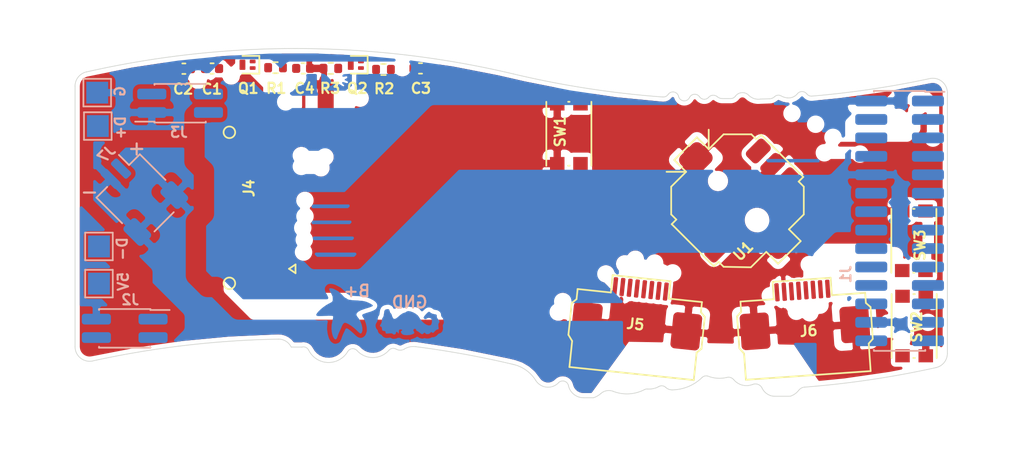
<source format=kicad_pcb>
(kicad_pcb (version 20171130) (host pcbnew 5.1.12-84ad8e8a86~92~ubuntu21.10.1)
  (layers (0 F.Cu signal) (31 B.Cu signal) (34 B.Paste user) (35 F.Paste user) (36 B.SilkS user) (37 F.SilkS user) (38 B.Mask user) (39 F.Mask user) (44 Edge.Cuts user))
  (net 0 "")
  (net 1 "Net-(J4-Pad9)")
  (net 2 "Net-(J4-Pad2)")
  (net 3 "Net-(J4-Pad1)")
  (net 4 /LCD_PWR_EN)
  (net 5 /EN)
  (net 6 GND)
  (net 7 /IO0)
  (net 8 /LCD_BL_EN)
  (net 9 /I2C_SCL)
  (net 10 /I2C_SDA)
  (net 11 /G0)
  (net 12 /G1)
  (net 13 /G3)
  (net 14 /JOYL)
  (net 15 /G2)
  (net 16 /JOYR)
  (net 17 /BTN3)
  (net 18 /JOYD)
  (net 19 /JOYC)
  (net 20 /JOYU)
  (net 21 /LCD_RST)
  (net 22 /LCD_CLK)
  (net 23 /LCD_CS)
  (net 24 /LCD_DIN)
  (net 25 /LCD_DC)
  (net 26 /LCD_BL_A)
  (net 27 /LCD_BL_C)
  (net 28 /DISPLAY_3V3)
  (net 29 /3V3)
  (net 30 /BATTERY+)
  (net 31 "Net-(J3-Pad3)")
  (net 32 /VBUS)
  (net 33 /D+)
  (net 34 /D-)
  (module tilda6:art-gold-fish (layer B.Cu) (at 112.05 103.75 270)
    (fp_text reference G*** hide)
    (fp_text value LOGO hide)
  )
  (module tilda6:art-plus-star (layer B.Cu) (at 118.375 116.475 270)
    (fp_text reference TP1 hide)
    (fp_text value TestPoint)
    (fp_poly (pts (xy 0.110258 1.942152) (xy 0.146328 1.917119) (xy 0.167821 1.863692) (xy 0.176347 1.763853) (xy 0.173512 1.599584) (xy 0.161672 1.365902) (xy 0.151021 1.094263) (xy 0.154377 0.904276) (xy 0.171489 0.803303) (xy 0.181256 0.789977) (xy 0.253899 0.78483) (xy 0.389379 0.803932) (xy 0.515911 0.832567) (xy 0.807603 0.89171) (xy 1.068915 0.9005) (xy 1.355131 0.860177) (xy 1.393212 0.852217) (xy 1.593307 0.791718) (xy 1.725107 0.716671) (xy 1.782024 0.637459) (xy 1.757471 0.564461) (xy 1.644861 0.508059) (xy 1.616207 0.500804) (xy 1.486688 0.459125) (xy 1.317412 0.389441) (xy 1.219946 0.343683) (xy 1.059664 0.267741) (xy 0.92106 0.207928) (xy 0.86404 0.186905) (xy 0.742681 0.122072) (xy 0.67968 0.067272) (xy 0.638802 0.009063) (xy 0.635315 -0.056706) (xy 0.673343 -0.159669) (xy 0.726475 -0.268951) (xy 0.825792 -0.430548) (xy 0.968927 -0.620313) (xy 1.125996 -0.798826) (xy 1.135836 -0.808957) (xy 1.274656 -0.95304) (xy 1.352025 -1.044505) (xy 1.377091 -1.101558) (xy 1.359001 -1.142402) (xy 1.319946 -1.175382) (xy 1.183925 -1.223021) (xy 0.992622 -1.218921) (xy 0.771783 -1.169945) (xy 0.547155 -1.082955) (xy 0.344487 -0.964812) (xy 0.254136 -0.891315) (xy 0.122651 -0.8096) (xy 0 -0.82) (xy -0.115588 -0.924349) (xy -0.225884 -1.124476) (xy -0.332658 -1.422214) (xy -0.364307 -1.530984) (xy -0.422731 -1.71743) (xy -0.479655 -1.860009) (xy -0.525663 -1.936427) (xy -0.538529 -1.943484) (xy -0.588787 -1.901504) (xy -0.661171 -1.792041) (xy -0.73164 -1.655984) (xy -0.795072 -1.504274) (xy -0.838137 -1.35362) (xy -0.866379 -1.174701) (xy -0.885338 -0.938196) (xy -0.892264 -0.80633) (xy -0.911582 -0.514292) (xy -0.937698 -0.316527) (xy -0.971461 -0.207489) (xy -0.987013 -0.187708) (xy -1.046283 -0.108769) (xy -1.055054 -0.072949) (xy -1.090826 -0.011638) (xy -1.18341 0.086915) (xy -1.280496 0.173786) (xy -1.527915 0.440225) (xy -1.687594 0.750078) (xy -1.727925 0.894016) (xy -1.734438 1.01343) (xy -1.683842 1.057201) (xy -1.572838 1.025727) (xy -1.415795 0.931516) (xy -1.180749 0.824975) (xy -1.019989 0.806516) (xy -0.902962 0.810767) (xy -0.826671 0.837344) (xy -0.765683 0.906982) (xy -0.694565 1.040416) (xy -0.669096 1.092606) (xy -0.566166 1.27248) (xy -0.433504 1.459718) (xy -0.28663 1.637401) (xy -0.141068 1.788608) (xy -0.01234 1.89642) (xy 0.084033 1.943914) (xy 0.110258 1.942152)) (layer B.Cu) (width 0.01))
    (pad 1 smd roundrect (at -0.33 0.39 270) (size 1 1) (layers B.Cu B.Mask) (net 30 /BATTERY+))
  )
  (module tilda6:art-minus-horse (layer B.Cu) (at 122.85 117.075 270)
    (fp_text reference TP2 hide)
    (fp_text value TestPoint)
    (fp_poly (pts (xy 0.284854 2.028882) (xy 0.295021 1.975) (xy 0.339742 1.915458) (xy 0.445021 1.9) (xy 0.552221 1.886547) (xy 0.591438 1.829358) (xy 0.595021 1.775) (xy 0.617954 1.677507) (xy 0.698084 1.650001) (xy 0.760461 1.639974) (xy 0.783464 1.592393) (xy 0.775507 1.481006) (xy 0.768293 1.430912) (xy 0.757783 1.268551) (xy 0.784066 1.182776) (xy 0.79023 1.177961) (xy 0.843872 1.102052) (xy 0.835717 1.012556) (xy 0.774706 0.95455) (xy 0.745021 0.95) (xy 0.659352 0.92588) (xy 0.658792 0.867745) (xy 0.732521 0.804005) (xy 0.77607 0.769517) (xy 0.738619 0.754537) (xy 0.657521 0.751521) (xy 0.544553 0.739152) (xy 0.500672 0.68946) (xy 0.495021 0.625) (xy 0.512136 0.531035) (xy 0.545021 0.5) (xy 0.593568 0.538049) (xy 0.595021 0.55) (xy 0.627913 0.598754) (xy 0.704167 0.593376) (xy 0.790145 0.54354) (xy 0.843066 0.478653) (xy 0.882683 0.352365) (xy 0.893834 0.194818) (xy 0.881097 0.027565) (xy 0.849055 -0.127843) (xy 0.802286 -0.249852) (xy 0.74537 -0.316911) (xy 0.682889 -0.307468) (xy 0.67714 -0.302119) (xy 0.581093 -0.251074) (xy 0.491204 -0.265458) (xy 0.445687 -0.337389) (xy 0.445021 -0.35) (xy 0.476284 -0.431439) (xy 0.520021 -0.45) (xy 0.586589 -0.474962) (xy 0.595021 -0.496163) (xy 0.624711 -0.560629) (xy 0.69869 -0.664511) (xy 0.726057 -0.698055) (xy 0.806474 -0.801078) (xy 0.826224 -0.865136) (xy 0.791834 -0.925331) (xy 0.772406 -0.947364) (xy 0.716326 -1.020509) (xy 0.731265 -1.062693) (xy 0.769518 -1.086721) (xy 0.818626 -1.163135) (xy 0.817446 -1.277021) (xy 0.773254 -1.384087) (xy 0.71231 -1.434877) (xy 0.66859 -1.471536) (xy 0.704773 -1.536751) (xy 0.733789 -1.599169) (xy 0.695541 -1.664288) (xy 0.63105 -1.72029) (xy 0.538324 -1.818529) (xy 0.49538 -1.911935) (xy 0.495021 -1.918773) (xy 0.480728 -1.974856) (xy 0.420351 -1.990611) (xy 0.300152 -1.975866) (xy 0.153511 -1.965878) (xy 0.074833 -1.992802) (xy 0.072201 -1.996472) (xy -0.00718 -2.047223) (xy -0.115574 -2.015846) (xy -0.195021 -1.94917) (xy -0.316442 -1.873155) (xy -0.409469 -1.86167) (xy -0.492232 -1.856894) (xy -0.531321 -1.799992) (xy -0.546206 -1.7) (xy -0.584218 -1.54925) (xy -0.653558 -1.427326) (xy -0.655917 -1.424746) (xy -0.705877 -1.363881) (xy -0.711467 -1.311955) (xy -0.663602 -1.242603) (xy -0.554686 -1.130939) (xy -0.413076 -1.01027) (xy -0.309006 -0.963983) (xy -0.282475 -0.967123) (xy -0.216031 -1.033532) (xy -0.213607 -1.124205) (xy -0.254979 -1.175) (xy -0.298679 -1.252171) (xy -0.297769 -1.367981) (xy -0.255563 -1.473299) (xy -0.233246 -1.497289) (xy -0.122902 -1.53827) (xy 0.020954 -1.535809) (xy 0.150922 -1.495474) (xy 0.209841 -1.445238) (xy 0.234388 -1.318464) (xy 0.185798 -1.160227) (xy 0.077261 -0.989535) (xy -0.078032 -0.825397) (xy -0.266889 -0.68682) (xy -0.346112 -0.644137) (xy -0.466483 -0.552187) (xy -0.578187 -0.40966) (xy -0.671246 -0.240185) (xy -0.735682 -0.067391) (xy -0.761517 0.085095) (xy -0.738775 0.193642) (xy -0.711438 0.221009) (xy -0.670818 0.285329) (xy -0.639531 0.389743) (xy -0.589165 0.504298) (xy -0.48996 0.647401) (xy -0.408073 0.740841) (xy -0.266736 0.908339) (xy -0.213511 1.035007) (xy -0.249422 1.129162) (xy -0.375489 1.199118) (xy -0.467759 1.226401) (xy -0.566908 1.263892) (xy -0.60498 1.301448) (xy -0.648034 1.339308) (xy -0.751914 1.374319) (xy -0.754979 1.375) (xy -0.862039 1.41259) (xy -0.899779 1.480206) (xy -0.881578 1.606434) (xy -0.875021 1.63155) (xy -0.837927 1.698808) (xy -0.75481 1.738185) (xy -0.599288 1.761834) (xy -0.590318 1.762708) (xy -0.441358 1.786758) (xy -0.34 1.821413) (xy -0.315427 1.843659) (xy -0.257742 1.882506) (xy -0.14345 1.899931) (xy -0.135369 1.900001) (xy 0.010725 1.922624) (xy 0.122964 1.97341) (xy 0.231136 2.039637) (xy 0.284854 2.028882)) (layer B.Cu) (width 0.01))
    (pad 1 smd roundrect (at -0.03 0.17 270) (size 1 1) (layers B.Cu B.Mask) (net 6 GND))
  )
  (module tilda6:art-tr-f5 (layer B.Cu) (at 117.775 100.525 270)
    (fp_text reference G*** hide)
    (fp_text value LOGO hide)
    (fp_poly (pts (xy 0.6 0.172898) (xy 0.599999 -0.654204) (xy 0.4375 -0.875152) (xy 0.275 -1.096099) (xy -0.139886 -1.098049) (xy -0.554772 -1.1) (xy -0.539886 -0.788002) (xy -0.526493 -0.611552) (xy -0.502533 -0.512234) (xy -0.460477 -0.467225) (xy -0.431014 -0.458086) (xy -0.371262 -0.458394) (xy -0.35492 -0.50789) (xy -0.370779 -0.620084) (xy -0.385341 -0.741167) (xy -0.362782 -0.792284) (xy -0.322585 -0.8) (xy -0.244957 -0.758008) (xy -0.214488 -0.7) (xy -0.170176 -0.612388) (xy -0.117877 -0.619775) (xy -0.071898 -0.719676) (xy -0.070533 -0.725) (xy -0.023256 -0.818824) (xy 0.03042 -0.85) (xy 0.08908 -0.811942) (xy 0.091977 -0.713341) (xy 0.045367 -0.591344) (xy 0.015767 -0.484) (xy 0.048552 -0.431755) (xy 0.118741 -0.451838) (xy 0.16875 -0.50625) (xy 0.24482 -0.581973) (xy 0.30097 -0.569029) (xy 0.315435 -0.496792) (xy 0.251434 -0.388179) (xy 0.166492 -0.255741) (xy 0.163899 -0.17728) (xy 0.243638 -0.150064) (xy 0.25 -0.15) (xy 0.335203 -0.125025) (xy 0.347288 -0.067935) (xy 0.293972 -0.005479) (xy 0.197174 0.033066) (xy 0.044349 0.063631) (xy 0.181845 0.207145) (xy 0.26742 0.311952) (xy 0.280253 0.380443) (xy 0.260851 0.409149) (xy 0.195614 0.437313) (xy 0.111391 0.385305) (xy 0.109744 0.383819) (xy 0.035793 0.326052) (xy -0.030242 0.312273) (xy -0.110865 0.349877) (xy -0.228576 0.446262) (xy -0.3125 0.522606) (xy -0.467025 0.684136) (xy -0.540769 0.81293) (xy -0.55 0.870621) (xy -0.55 1) (xy 0.6 1) (xy 0.6 0.172898)) (layer B.Cu) (width 0.01))
  )
  (module TestPoint:TestPoint_Pad_1.5x1.5mm (layer B.Cu) (at 101.48 111.86 90)
    (fp_text reference TP5 hide)
    (fp_text value TestPoint)
    (fp_line (start -0.95 0.95) (end 0.95 0.95) (layer B.SilkS) (width 0.12))
    (fp_line (start 0.95 0.95) (end 0.95 -0.95) (layer B.SilkS) (width 0.12))
    (fp_line (start 0.95 -0.95) (end -0.95 -0.95) (layer B.SilkS) (width 0.12))
    (fp_line (start -0.95 -0.95) (end -0.95 0.95) (layer B.SilkS) (width 0.12))
    (pad 1 smd rect (at 0 0 90) (size 1.5 1.5) (layers B.Cu B.Mask) (net 34 /D-))
  )
  (module TestPoint:TestPoint_Pad_1.5x1.5mm (layer B.Cu) (at 101.4 103.57 90)
    (fp_text reference TP3 hide)
    (fp_text value TestPoint)
    (fp_line (start -0.95 0.95) (end 0.95 0.95) (layer B.SilkS) (width 0.12))
    (fp_line (start 0.95 0.95) (end 0.95 -0.95) (layer B.SilkS) (width 0.12))
    (fp_line (start 0.95 -0.95) (end -0.95 -0.95) (layer B.SilkS) (width 0.12))
    (fp_line (start -0.95 -0.95) (end -0.95 0.95) (layer B.SilkS) (width 0.12))
    (pad 1 smd rect (at 0 0 90) (size 1.5 1.5) (layers B.Cu B.Mask) (net 33 /D+))
  )
  (module TestPoint:TestPoint_Pad_1.5x1.5mm (layer B.Cu) (at 101.36 101.27 90)
    (fp_text reference TP6 hide)
    (fp_text value TestPoint)
    (fp_line (start -0.95 0.95) (end 0.95 0.95) (layer B.SilkS) (width 0.12))
    (fp_line (start 0.95 0.95) (end 0.95 -0.95) (layer B.SilkS) (width 0.12))
    (fp_line (start 0.95 -0.95) (end -0.95 -0.95) (layer B.SilkS) (width 0.12))
    (fp_line (start -0.95 -0.95) (end -0.95 0.95) (layer B.SilkS) (width 0.12))
    (pad 1 smd rect (at 0 0 90) (size 1.5 1.5) (layers B.Cu B.Mask) (net 6 GND))
  )
  (module TestPoint:TestPoint_Pad_1.5x1.5mm (layer B.Cu) (at 101.48 114.42 90)
    (fp_text reference TP4 hide)
    (fp_text value TestPoint)
    (fp_line (start -0.95 0.95) (end 0.95 0.95) (layer B.SilkS) (width 0.12))
    (fp_line (start 0.95 0.95) (end 0.95 -0.95) (layer B.SilkS) (width 0.12))
    (fp_line (start 0.95 -0.95) (end -0.95 -0.95) (layer B.SilkS) (width 0.12))
    (fp_line (start -0.95 -0.95) (end -0.95 0.95) (layer B.SilkS) (width 0.12))
    (pad 1 smd rect (at 0 0 90) (size 1.5 1.5) (layers B.Cu B.Mask) (net 32 /VBUS))
  )
  (module Button_Switch_SMD:SW_Push_1P1T_NO_CK_KMR2 (layer F.Cu) (at 157.53 111.47 270)
    (fp_text reference SW3 hide)
    (fp_text value SW_Push)
    (fp_line (start 2.2 0.05) (end 2.2 -0.05) (layer F.SilkS) (width 0.12))
    (fp_line (start -2.2 1.55) (end 2.2 1.55) (layer F.SilkS) (width 0.12))
    (fp_line (start 2.2 -1.55) (end -2.2 -1.55) (layer F.SilkS) (width 0.12))
    (fp_line (start -2.2 0.05) (end -2.2 -0.05) (layer F.SilkS) (width 0.12))
    (fp_text user %R (at 0.305 -0.42 90) (layer F.SilkS) (effects (font (size 0.7 0.7))))
    (pad 2 smd rect (at 2.05 0.8 270) (size 0.9 1) (layers F.Cu F.Paste F.Mask) (net 6 GND))
    (pad 1 smd rect (at 2.05 -0.8 270) (size 0.9 1) (layers F.Cu F.Paste F.Mask) (net 7 /IO0))
    (pad 2 smd rect (at -2.05 0.8 270) (size 0.9 1) (layers F.Cu F.Paste F.Mask) (net 6 GND))
    (pad 1 smd rect (at -2.05 -0.8 270) (size 0.9 1) (layers F.Cu F.Paste F.Mask) (net 7 /IO0))
  )
  (module Button_Switch_SMD:SW_Push_1P1T_NO_CK_KMR2 (layer F.Cu) (at 157.55 117.34 90)
    (fp_text reference SW2 hide)
    (fp_text value SW_Push)
    (fp_line (start 2.2 0.05) (end 2.2 -0.05) (layer F.SilkS) (width 0.12))
    (fp_line (start -2.2 1.55) (end 2.2 1.55) (layer F.SilkS) (width 0.12))
    (fp_line (start 2.2 -1.55) (end -2.2 -1.55) (layer F.SilkS) (width 0.12))
    (fp_line (start -2.2 0.05) (end -2.2 -0.05) (layer F.SilkS) (width 0.12))
    (fp_text user %R (at -0.06 0.175 90) (layer F.SilkS) (effects (font (size 0.7 0.7))))
    (pad 2 smd rect (at 2.05 0.8 90) (size 0.9 1) (layers F.Cu F.Paste F.Mask) (net 6 GND))
    (pad 1 smd rect (at 2.05 -0.8 90) (size 0.9 1) (layers F.Cu F.Paste F.Mask) (net 5 /EN))
    (pad 2 smd rect (at -2.05 0.8 90) (size 0.9 1) (layers F.Cu F.Paste F.Mask) (net 6 GND))
    (pad 1 smd rect (at -2.05 -0.8 90) (size 0.9 1) (layers F.Cu F.Paste F.Mask) (net 5 /EN))
  )
  (module corelib:ER-TFT-1.14 (layer F.Cu) (at 113.45 109.2)
    (fp_text reference J4 (at -1.65 -1.35 90) (layer F.SilkS) (effects (font (size 0.7 0.7))))
    (fp_text value Conn_01x13)
    (fp_line (start 1.55 4.5) (end 1.1 4.2) (layer F.SilkS) (width 0.12))
    (fp_line (start 1.55 3.9) (end 1.55 4.5) (layer F.SilkS) (width 0.12))
    (fp_line (start 1.1 4.2) (end 1.55 3.9) (layer F.SilkS) (width 0.12))
    (fp_circle (center -3 -5.2) (end -2.6 -5.2) (layer F.SilkS) (width 0.12))
    (fp_circle (center -3 5.2) (end -2.6 5.2) (layer F.SilkS) (width 0.12))
    (pad 13 smd roundrect (at 0 -4.2) (size 1.7 0.35) (layers F.Cu F.Paste F.Mask) (net 6 GND))
    (pad 12 smd roundrect (at 0 -3.5) (size 1.7 0.35) (layers F.Cu F.Paste F.Mask) (net 26 /LCD_BL_A))
    (pad 11 smd roundrect (at 0 -2.8) (size 1.7 0.35) (layers F.Cu F.Paste F.Mask) (net 27 /LCD_BL_C))
    (pad 10 smd roundrect (at 0 -2.1) (size 1.7 0.35) (layers F.Cu F.Paste F.Mask) (net 28 /DISPLAY_3V3))
    (pad 9 smd roundrect (at 0 -1.4) (size 1.7 0.35) (layers F.Cu F.Paste F.Mask) (net 1 "Net-(J4-Pad9)"))
    (pad 8 smd roundrect (at 0 -0.7) (size 1.7 0.35) (layers F.Cu F.Paste F.Mask) (net 6 GND))
    (pad 7 smd roundrect (at 0 0) (size 1.7 0.35) (layers F.Cu F.Paste F.Mask) (net 23 /LCD_CS))
    (pad 6 smd roundrect (at 0 0.7) (size 1.7 0.35) (layers F.Cu F.Paste F.Mask) (net 21 /LCD_RST))
    (pad 5 smd roundrect (at 0 1.4) (size 1.7 0.35) (layers F.Cu F.Paste F.Mask) (net 25 /LCD_DC))
    (pad 4 smd roundrect (at 0 2.1) (size 1.7 0.35) (layers F.Cu F.Paste F.Mask) (net 22 /LCD_CLK))
    (pad 3 smd roundrect (at 0 2.8) (size 1.7 0.35) (layers F.Cu F.Paste F.Mask) (net 24 /LCD_DIN))
    (pad 2 smd roundrect (at 0 3.5) (size 1.7 0.35) (layers F.Cu F.Paste F.Mask) (net 2 "Net-(J4-Pad2)"))
    (pad 1 smd roundrect (at 0 4.2) (size 1.7 0.35) (layers F.Cu F.Paste F.Mask) (net 3 "Net-(J4-Pad1)"))
  )
  (module Connector_JST:JST_SH_SM02B-SRSS-TB_1x02-1MP_P1.00mm_Horizontal (layer B.Cu) (at 104.06066 108.267767 225)
    (fp_text reference J7 (at -0.5 3.414213 45) (layer B.SilkS) (effects (font (size 0.7 0.7)) (justify mirror)))
    (fp_text value Conn_01x02_Female)
    (fp_line (start -2.11 -0.715) (end -2.11 1.785) (layer B.SilkS) (width 0.12))
    (fp_line (start -2.11 1.785) (end -1.06 1.785) (layer B.SilkS) (width 0.12))
    (fp_line (start -1.06 1.785) (end -1.06 2.775) (layer B.SilkS) (width 0.12))
    (fp_line (start 2.11 -0.715) (end 2.11 1.785) (layer B.SilkS) (width 0.12))
    (fp_line (start 2.11 1.785) (end 1.06 1.785) (layer B.SilkS) (width 0.12))
    (fp_line (start -0.94 -2.685) (end 0.94 -2.685) (layer B.SilkS) (width 0.12))
    (pad 2 smd roundrect (at 1.8 -1.875 225) (size 1.2 1.8) (layers B.Cu B.Paste B.Mask) (roundrect_rratio 0.208) (net 6 GND))
    (pad 2 smd roundrect (at -1.8 -1.875 225) (size 1.2 1.8) (layers B.Cu B.Paste B.Mask) (roundrect_rratio 0.208) (net 6 GND))
    (pad 2 smd roundrect (at 0.5 2 225) (size 0.6 1.55) (layers B.Cu B.Paste B.Mask) (net 6 GND))
    (pad 1 smd roundrect (at -0.5 2 225) (size 0.6 1.55) (layers B.Cu B.Paste B.Mask) (net 30 /BATTERY+))
  )
  (module Button_Switch_SMD:SW_Push_1P1T_NO_CK_KMR2 (layer F.Cu) (at 133.8 104.1 270)
    (fp_text reference SW1 (at -0.15 0.6 90) (layer F.SilkS) (effects (font (size 0.7 0.7))))
    (fp_text value SW_Push)
    (fp_line (start 2.2 0.05) (end 2.2 -0.05) (layer F.SilkS) (width 0.12))
    (fp_line (start -2.2 1.55) (end 2.2 1.55) (layer F.SilkS) (width 0.12))
    (fp_line (start 2.2 -1.55) (end -2.2 -1.55) (layer F.SilkS) (width 0.12))
    (fp_line (start -2.2 0.05) (end -2.2 -0.05) (layer F.SilkS) (width 0.12))
    (pad 2 smd rect (at 2.05 0.8 270) (size 0.9 1) (layers F.Cu F.Paste F.Mask) (net 6 GND))
    (pad 1 smd rect (at 2.05 -0.8 270) (size 0.9 1) (layers F.Cu F.Paste F.Mask) (net 17 /BTN3))
    (pad 2 smd rect (at -2.05 0.8 270) (size 0.9 1) (layers F.Cu F.Paste F.Mask) (net 6 GND))
    (pad 1 smd rect (at -2.05 -0.8 270) (size 0.9 1) (layers F.Cu F.Paste F.Mask) (net 17 /BTN3))
  )
  (module tilda6:XUNPU_FPC-05F-8PH20 (layer F.Cu) (at 150.04 117.45 4)
    (fp_text reference J6 (at 0.233347 0.246879 4) (layer F.SilkS) (effects (font (size 0.7 0.7))))
    (fp_text value Conn_01x08)
    (fp_line (start -4.3 3.3) (end 4.3 3.3) (layer F.SilkS) (width 0.12))
    (fp_line (start -4.3 1.5) (end -4.3 3.3) (layer F.SilkS) (width 0.12))
    (fp_line (start -4.6 1.1) (end -4.3 1.5) (layer F.SilkS) (width 0.12))
    (fp_line (start -4.6 -1.1) (end -4.6 1.1) (layer F.SilkS) (width 0.12))
    (fp_line (start -4.3 -1.4) (end -4.6 -1.1) (layer F.SilkS) (width 0.12))
    (fp_line (start -4.3 -2.1) (end -4.3 -1.4) (layer F.SilkS) (width 0.12))
    (fp_line (start -2 -2.1) (end -4.3 -2.1) (layer F.SilkS) (width 0.12))
    (fp_line (start -2 -3.3) (end -2 -2.1) (layer F.SilkS) (width 0.12))
    (fp_line (start 2 -3.3) (end -2 -3.3) (layer F.SilkS) (width 0.12))
    (fp_line (start 2 -2.1) (end 2 -3.3) (layer F.SilkS) (width 0.12))
    (fp_line (start 4.3 -2.1) (end 2 -2.1) (layer F.SilkS) (width 0.12))
    (fp_line (start 4.3 -1.4) (end 4.3 -2.1) (layer F.SilkS) (width 0.12))
    (fp_line (start 4.6 -1.1) (end 4.3 -1.4) (layer F.SilkS) (width 0.12))
    (fp_line (start 4.6 1.1) (end 4.6 -1.1) (layer F.SilkS) (width 0.12))
    (fp_line (start 4.3 1.4) (end 4.6 1.1) (layer F.SilkS) (width 0.12))
    (fp_line (start 4.3 3.3) (end 4.3 1.4) (layer F.SilkS) (width 0.12))
    (pad 2 smd roundrect (at 3.44 0.015 4) (size 2 2.5) (layers F.Cu F.Paste F.Mask) (roundrect_rratio 0.15) (net 6 GND))
    (pad 2 smd roundrect (at -3.44 0.015 4) (size 2 2.5) (layers F.Cu F.Paste F.Mask) (roundrect_rratio 0.15) (net 6 GND))
    (pad 8 smd roundrect (at 1.75 -2.56 4) (size 0.3 1.25) (layers F.Cu F.Paste F.Mask) (net 13 /G3))
    (pad 7 smd roundrect (at 1.25 -2.56 4) (size 0.3 1.25) (layers F.Cu F.Paste F.Mask) (net 15 /G2))
    (pad 6 smd roundrect (at 0.75 -2.56 4) (size 0.3 1.25) (layers F.Cu F.Paste F.Mask) (net 12 /G1))
    (pad 5 smd roundrect (at 0.25 -2.56 4) (size 0.3 1.25) (layers F.Cu F.Paste F.Mask) (net 11 /G0))
    (pad 4 smd roundrect (at -0.25 -2.56 4) (size 0.3 1.25) (layers F.Cu F.Paste F.Mask) (net 9 /I2C_SCL))
    (pad 3 smd roundrect (at -0.75 -2.56 4) (size 0.3 1.25) (layers F.Cu F.Paste F.Mask) (net 10 /I2C_SDA))
    (pad 2 smd roundrect (at -1.25 -2.56 4) (size 0.3 1.25) (layers F.Cu F.Paste F.Mask) (net 6 GND))
    (pad 1 smd roundrect (at -1.75 -2.56 4) (size 0.3 1.25) (layers F.Cu F.Paste F.Mask) (net 29 /3V3))
  )
  (module tilda6:XUNPU_FPC-05F-8PH20 (layer F.Cu) (at 138.46 117.33 354)
    (fp_text reference J5 (at -0.09106 -0.101035 174) (layer F.SilkS) (effects (font (size 0.7 0.7))))
    (fp_text value Conn_01x08)
    (fp_line (start -4.3 3.3) (end 4.3 3.3) (layer F.SilkS) (width 0.12))
    (fp_line (start -4.3 1.5) (end -4.3 3.3) (layer F.SilkS) (width 0.12))
    (fp_line (start -4.6 1.1) (end -4.3 1.5) (layer F.SilkS) (width 0.12))
    (fp_line (start -4.6 -1.1) (end -4.6 1.1) (layer F.SilkS) (width 0.12))
    (fp_line (start -4.3 -1.4) (end -4.6 -1.1) (layer F.SilkS) (width 0.12))
    (fp_line (start -4.3 -2.1) (end -4.3 -1.4) (layer F.SilkS) (width 0.12))
    (fp_line (start -2 -2.1) (end -4.3 -2.1) (layer F.SilkS) (width 0.12))
    (fp_line (start -2 -3.3) (end -2 -2.1) (layer F.SilkS) (width 0.12))
    (fp_line (start 2 -3.3) (end -2 -3.3) (layer F.SilkS) (width 0.12))
    (fp_line (start 2 -2.1) (end 2 -3.3) (layer F.SilkS) (width 0.12))
    (fp_line (start 4.3 -2.1) (end 2 -2.1) (layer F.SilkS) (width 0.12))
    (fp_line (start 4.3 -1.4) (end 4.3 -2.1) (layer F.SilkS) (width 0.12))
    (fp_line (start 4.6 -1.1) (end 4.3 -1.4) (layer F.SilkS) (width 0.12))
    (fp_line (start 4.6 1.1) (end 4.6 -1.1) (layer F.SilkS) (width 0.12))
    (fp_line (start 4.3 1.4) (end 4.6 1.1) (layer F.SilkS) (width 0.12))
    (fp_line (start 4.3 3.3) (end 4.3 1.4) (layer F.SilkS) (width 0.12))
    (pad 2 smd roundrect (at 3.44 0.015 354) (size 2 2.5) (layers F.Cu F.Paste F.Mask) (roundrect_rratio 0.15) (net 6 GND))
    (pad 2 smd roundrect (at -3.44 0.015 354) (size 2 2.5) (layers F.Cu F.Paste F.Mask) (roundrect_rratio 0.15) (net 6 GND))
    (pad 8 smd roundrect (at 1.75 -2.56 354) (size 0.3 1.25) (layers F.Cu F.Paste F.Mask) (net 13 /G3))
    (pad 7 smd roundrect (at 1.25 -2.56 354) (size 0.3 1.25) (layers F.Cu F.Paste F.Mask) (net 15 /G2))
    (pad 6 smd roundrect (at 0.75 -2.56 354) (size 0.3 1.25) (layers F.Cu F.Paste F.Mask) (net 12 /G1))
    (pad 5 smd roundrect (at 0.25 -2.56 354) (size 0.3 1.25) (layers F.Cu F.Paste F.Mask) (net 11 /G0))
    (pad 4 smd roundrect (at -0.25 -2.56 354) (size 0.3 1.25) (layers F.Cu F.Paste F.Mask) (net 9 /I2C_SCL))
    (pad 3 smd roundrect (at -0.75 -2.56 354) (size 0.3 1.25) (layers F.Cu F.Paste F.Mask) (net 10 /I2C_SDA))
    (pad 2 smd roundrect (at -1.25 -2.56 354) (size 0.3 1.25) (layers F.Cu F.Paste F.Mask) (net 6 GND))
    (pad 1 smd roundrect (at -1.75 -2.56 354) (size 0.3 1.25) (layers F.Cu F.Paste F.Mask) (net 29 /3V3))
  )
  (module Capacitor_SMD:C_0402_1005Metric (layer F.Cu) (at 115.525 99.6)
    (fp_text reference C4 (at 0.1 1.375) (layer F.SilkS) (effects (font (size 0.7 0.7))))
    (fp_text value 10n)
    (fp_line (start -0.107836 -0.36) (end 0.107836 -0.36) (layer F.SilkS) (width 0.12))
    (fp_line (start -0.107836 0.36) (end 0.107836 0.36) (layer F.SilkS) (width 0.12))
    (pad 2 smd roundrect (at 0.48 0) (size 0.56 0.62) (layers F.Cu F.Paste F.Mask) (net 6 GND))
    (pad 1 smd roundrect (at -0.48 0) (size 0.56 0.62) (layers F.Cu F.Paste F.Mask) (net 28 /DISPLAY_3V3))
  )
  (module Capacitor_SMD:C_0402_1005Metric (layer F.Cu) (at 123.595 99.6)
    (fp_text reference C3 (at 0.03 1.375) (layer F.SilkS) (effects (font (size 0.7 0.7))))
    (fp_text value 10n)
    (fp_line (start -0.107836 -0.36) (end 0.107836 -0.36) (layer F.SilkS) (width 0.12))
    (fp_line (start -0.107836 0.36) (end 0.107836 0.36) (layer F.SilkS) (width 0.12))
    (pad 2 smd roundrect (at 0.48 0) (size 0.56 0.62) (layers F.Cu F.Paste F.Mask) (net 6 GND))
    (pad 1 smd roundrect (at -0.48 0) (size 0.56 0.62) (layers F.Cu F.Paste F.Mask) (net 29 /3V3))
  )
  (module Capacitor_SMD:C_0402_1005Metric (layer F.Cu) (at 107.32 99.62 180)
    (fp_text reference C2 (at 0.045 -1.405) (layer F.SilkS) (effects (font (size 0.7 0.7))))
    (fp_text value 1u)
    (fp_line (start -0.107836 0.36) (end 0.107836 0.36) (layer F.SilkS) (width 0.12))
    (fp_line (start -0.107836 -0.36) (end 0.107836 -0.36) (layer F.SilkS) (width 0.12))
    (pad 2 smd roundrect (at 0.48 0 180) (size 0.56 0.62) (layers F.Cu F.Paste F.Mask) (net 6 GND))
    (pad 1 smd roundrect (at -0.48 0 180) (size 0.56 0.62) (layers F.Cu F.Paste F.Mask) (net 29 /3V3))
  )
  (module Capacitor_SMD:C_0402_1005Metric (layer F.Cu) (at 109.26 99.61 180)
    (fp_text reference C1 (at 0.01 -1.415) (layer F.SilkS) (effects (font (size 0.7 0.7))))
    (fp_text value 1u)
    (fp_line (start -0.107836 0.36) (end 0.107836 0.36) (layer F.SilkS) (width 0.12))
    (fp_line (start -0.107836 -0.36) (end 0.107836 -0.36) (layer F.SilkS) (width 0.12))
    (pad 2 smd roundrect (at 0.48 0 180) (size 0.56 0.62) (layers F.Cu F.Paste F.Mask) (net 6 GND))
    (pad 1 smd roundrect (at -0.48 0 180) (size 0.56 0.62) (layers F.Cu F.Paste F.Mask) (net 28 /DISPLAY_3V3))
  )
  (module Connector_PinHeader_1.27mm:PinHeader_2x14_P1.27mm_Vertical_SMD (layer B.Cu) (at 156.55 110.1 180)
    (fp_text reference J1 (at 3.7 -3.675 270) (layer B.SilkS) (effects (font (size 0.7 0.7)) (justify mirror)))
    (fp_text value Conn_02x14_Odd_Even)
    (fp_line (start 1.765 -8.885) (end 1.765 -8.95) (layer B.SilkS) (width 0.12))
    (fp_line (start -1.765 -8.885) (end -1.765 -8.95) (layer B.SilkS) (width 0.12))
    (fp_line (start 1.765 8.95) (end 1.765 8.885) (layer B.SilkS) (width 0.12))
    (fp_line (start -1.765 8.95) (end -1.765 8.885) (layer B.SilkS) (width 0.12))
    (fp_line (start -3.09 8.885) (end -1.765 8.885) (layer B.SilkS) (width 0.12))
    (fp_line (start -1.765 -8.95) (end 1.765 -8.95) (layer B.SilkS) (width 0.12))
    (fp_line (start -1.765 8.95) (end 1.765 8.95) (layer B.SilkS) (width 0.12))
    (pad 28 smd roundrect (at 1.95 -8.255 180) (size 2.2 0.74) (layers B.Cu B.Paste B.Mask) (net 4 /LCD_PWR_EN))
    (pad 27 smd roundrect (at -1.95 -8.255 180) (size 2.2 0.74) (layers B.Cu B.Paste B.Mask) (net 5 /EN))
    (pad 26 smd roundrect (at 1.95 -6.985 180) (size 2.2 0.74) (layers B.Cu B.Paste B.Mask) (net 6 GND))
    (pad 25 smd roundrect (at -1.95 -6.985 180) (size 2.2 0.74) (layers B.Cu B.Paste B.Mask) (net 7 /IO0))
    (pad 24 smd roundrect (at 1.95 -5.715 180) (size 2.2 0.74) (layers B.Cu B.Paste B.Mask) (net 8 /LCD_BL_EN))
    (pad 23 smd roundrect (at -1.95 -5.715 180) (size 2.2 0.74) (layers B.Cu B.Paste B.Mask) (net 9 /I2C_SCL))
    (pad 22 smd roundrect (at 1.95 -4.445 180) (size 2.2 0.74) (layers B.Cu B.Paste B.Mask) (net 6 GND))
    (pad 21 smd roundrect (at -1.95 -4.445 180) (size 2.2 0.74) (layers B.Cu B.Paste B.Mask) (net 10 /I2C_SDA))
    (pad 20 smd roundrect (at 1.95 -3.175 180) (size 2.2 0.74) (layers B.Cu B.Paste B.Mask) (net 11 /G0))
    (pad 19 smd roundrect (at -1.95 -3.175 180) (size 2.2 0.74) (layers B.Cu B.Paste B.Mask) (net 12 /G1))
    (pad 18 smd roundrect (at 1.95 -1.905 180) (size 2.2 0.74) (layers B.Cu B.Paste B.Mask) (net 13 /G3))
    (pad 17 smd roundrect (at -1.95 -1.905 180) (size 2.2 0.74) (layers B.Cu B.Paste B.Mask) (net 14 /JOYL))
    (pad 16 smd roundrect (at 1.95 -0.635 180) (size 2.2 0.74) (layers B.Cu B.Paste B.Mask) (net 15 /G2))
    (pad 15 smd roundrect (at -1.95 -0.635 180) (size 2.2 0.74) (layers B.Cu B.Paste B.Mask) (net 16 /JOYR))
    (pad 14 smd roundrect (at 1.95 0.635 180) (size 2.2 0.74) (layers B.Cu B.Paste B.Mask) (net 17 /BTN3))
    (pad 13 smd roundrect (at -1.95 0.635 180) (size 2.2 0.74) (layers B.Cu B.Paste B.Mask) (net 18 /JOYD))
    (pad 12 smd roundrect (at 1.95 1.905 180) (size 2.2 0.74) (layers B.Cu B.Paste B.Mask) (net 19 /JOYC))
    (pad 11 smd roundrect (at -1.95 1.905 180) (size 2.2 0.74) (layers B.Cu B.Paste B.Mask) (net 20 /JOYU))
    (pad 10 smd roundrect (at 1.95 3.175 180) (size 2.2 0.74) (layers B.Cu B.Paste B.Mask) (net 6 GND))
    (pad 9 smd roundrect (at -1.95 3.175 180) (size 2.2 0.74) (layers B.Cu B.Paste B.Mask) (net 21 /LCD_RST))
    (pad 8 smd roundrect (at 1.95 4.445 180) (size 2.2 0.74) (layers B.Cu B.Paste B.Mask) (net 22 /LCD_CLK))
    (pad 7 smd roundrect (at -1.95 4.445 180) (size 2.2 0.74) (layers B.Cu B.Paste B.Mask) (net 6 GND))
    (pad 6 smd roundrect (at 1.95 5.715 180) (size 2.2 0.74) (layers B.Cu B.Paste B.Mask) (net 6 GND))
    (pad 5 smd roundrect (at -1.95 5.715 180) (size 2.2 0.74) (layers B.Cu B.Paste B.Mask) (net 23 /LCD_CS))
    (pad 4 smd roundrect (at 1.95 6.985 180) (size 2.2 0.74) (layers B.Cu B.Paste B.Mask) (net 24 /LCD_DIN))
    (pad 3 smd roundrect (at -1.95 6.985 180) (size 2.2 0.74) (layers B.Cu B.Paste B.Mask) (net 6 GND))
    (pad 2 smd roundrect (at 1.95 8.255 180) (size 2.2 0.74) (layers B.Cu B.Paste B.Mask) (net 6 GND))
    (pad 1 smd roundrect (at -1.95 8.255 180) (size 2.2 0.74) (layers B.Cu B.Paste B.Mask) (net 25 /LCD_DC))
  )
  (module Connector_PinHeader_1.27mm:PinHeader_2x02_P1.27mm_Vertical_SMD (layer B.Cu) (at 103.25 117.5 180)
    (fp_text reference J2 (at -0.38 1.97 180) (layer B.SilkS) (effects (font (size 0.7 0.7)) (justify mirror)))
    (fp_text value Conn_02x02_Odd_Even)
    (fp_line (start 1.765 -1.265) (end 1.765 -1.33) (layer B.SilkS) (width 0.12))
    (fp_line (start -1.765 -1.265) (end -1.765 -1.33) (layer B.SilkS) (width 0.12))
    (fp_line (start 1.765 1.33) (end 1.765 1.265) (layer B.SilkS) (width 0.12))
    (fp_line (start -1.765 1.33) (end -1.765 1.265) (layer B.SilkS) (width 0.12))
    (fp_line (start -3.09 1.265) (end -1.765 1.265) (layer B.SilkS) (width 0.12))
    (fp_line (start -1.765 -1.33) (end 1.765 -1.33) (layer B.SilkS) (width 0.12))
    (fp_line (start -1.765 1.33) (end 1.765 1.33) (layer B.SilkS) (width 0.12))
    (pad 4 smd roundrect (at 1.95 -0.635 180) (size 2 0.74) (layers B.Cu B.Paste B.Mask) (net 32 /VBUS))
    (pad 3 smd roundrect (at -1.95 -0.635 180) (size 2 0.74) (layers B.Cu B.Paste B.Mask) (net 33 /D+))
    (pad 2 smd roundrect (at 1.95 0.635 180) (size 2 0.74) (layers B.Cu B.Paste B.Mask) (net 6 GND))
    (pad 1 smd roundrect (at -1.95 0.635 180) (size 2 0.74) (layers B.Cu B.Paste B.Mask) (net 34 /D-))
  )
  (module Connector_PinHeader_1.27mm:PinHeader_2x02_P1.27mm_Vertical_SMD (layer B.Cu) (at 107.062 102)
    (fp_text reference J3 (at -0.087 2 180) (layer B.SilkS) (effects (font (size 0.7 0.7)) (justify mirror)))
    (fp_text value Conn_02x02_Odd_Even)
    (fp_line (start 1.765 -1.265) (end 1.765 -1.33) (layer B.SilkS) (width 0.12))
    (fp_line (start -1.765 -1.265) (end -1.765 -1.33) (layer B.SilkS) (width 0.12))
    (fp_line (start 1.765 1.33) (end 1.765 1.265) (layer B.SilkS) (width 0.12))
    (fp_line (start -1.765 1.33) (end -1.765 1.265) (layer B.SilkS) (width 0.12))
    (fp_line (start -3.09 1.265) (end -1.765 1.265) (layer B.SilkS) (width 0.12))
    (fp_line (start -1.765 -1.33) (end 1.765 -1.33) (layer B.SilkS) (width 0.12))
    (fp_line (start -1.765 1.33) (end 1.765 1.33) (layer B.SilkS) (width 0.12))
    (pad 4 smd roundrect (at 1.95 -0.635) (size 2 0.74) (layers B.Cu B.Paste B.Mask) (net 29 /3V3))
    (pad 3 smd roundrect (at -1.95 -0.635) (size 2 0.74) (layers B.Cu B.Paste B.Mask) (net 31 "Net-(J3-Pad3)"))
    (pad 2 smd roundrect (at 1.95 0.635) (size 2 0.74) (layers B.Cu B.Paste B.Mask) (net 30 /BATTERY+))
    (pad 1 smd roundrect (at -1.95 0.635) (size 2 0.74) (layers B.Cu B.Paste B.Mask) (net 6 GND))
  )
  (module Resistor_SMD:R_0402_1005Metric (layer F.Cu) (at 117.425 99.6 180)
    (fp_text reference R3 (at 0.05 -1.375) (layer F.SilkS) (effects (font (size 0.7 0.7))))
    (fp_text value 47R)
    (fp_line (start -0.153641 0.38) (end 0.153641 0.38) (layer F.SilkS) (width 0.12))
    (fp_line (start -0.153641 -0.38) (end 0.153641 -0.38) (layer F.SilkS) (width 0.12))
    (pad 2 smd roundrect (at 0.51 0 180) (size 0.54 0.64) (layers F.Cu F.Paste F.Mask) (net 6 GND))
    (pad 1 smd roundrect (at -0.51 0 180) (size 0.54 0.64) (layers F.Cu F.Paste F.Mask) (net 27 /LCD_BL_C))
  )
  (module Resistor_SMD:R_0402_1005Metric (layer F.Cu) (at 121.05 99.675 180)
    (fp_text reference R2 (at -0.05 -1.325) (layer F.SilkS) (effects (font (size 0.7 0.7))))
    (fp_text value 10k)
    (fp_line (start -0.153641 0.38) (end 0.153641 0.38) (layer F.SilkS) (width 0.12))
    (fp_line (start -0.153641 -0.38) (end 0.153641 -0.38) (layer F.SilkS) (width 0.12))
    (pad 2 smd roundrect (at 0.51 0 180) (size 0.54 0.64) (layers F.Cu F.Paste F.Mask) (net 8 /LCD_BL_EN))
    (pad 1 smd roundrect (at -0.51 0 180) (size 0.54 0.64) (layers F.Cu F.Paste F.Mask) (net 29 /3V3))
  )
  (module Resistor_SMD:R_0402_1005Metric (layer F.Cu) (at 113.625 99.55 180)
    (fp_text reference R1 (at -0.05 -1.425) (layer F.SilkS) (effects (font (size 0.7 0.7))))
    (fp_text value 10k)
    (fp_line (start -0.153641 0.38) (end 0.153641 0.38) (layer F.SilkS) (width 0.12))
    (fp_line (start -0.153641 -0.38) (end 0.153641 -0.38) (layer F.SilkS) (width 0.12))
    (pad 2 smd roundrect (at 0.51 0 180) (size 0.54 0.64) (layers F.Cu F.Paste F.Mask) (net 4 /LCD_PWR_EN))
    (pad 1 smd roundrect (at -0.51 0 180) (size 0.54 0.64) (layers F.Cu F.Paste F.Mask) (net 29 /3V3))
  )
  (module Package_TO_SOT_SMD:SOT-883 (layer F.Cu) (at 119.15 99.35 180)
    (fp_text reference Q2 (at -0.1 -1.625) (layer F.SilkS) (effects (font (size 0.7 0.7))))
    (fp_text value LP0404N3T5G)
    (fp_line (start -0.81 0.61) (end -0.81 -0.61) (layer F.SilkS) (width 0.12))
    (fp_line (start 0.35 0.61) (end -0.81 0.61) (layer F.SilkS) (width 0.12))
    (fp_line (start -0.81 -0.61) (end 0.35 -0.61) (layer F.SilkS) (width 0.12))
    (pad 3 smd roundrect (at 0.35 0 180) (size 0.4 0.7) (layers F.Cu F.Paste F.Mask) (roundrect_rratio 0.125) (net 26 /LCD_BL_A))
    (pad 2 smd roundrect (at -0.35 0.225 180) (size 0.4 0.25) (layers F.Cu F.Paste F.Mask) (roundrect_rratio 0.2) (net 29 /3V3))
    (pad 1 smd roundrect (at -0.35 -0.225 180) (size 0.4 0.25) (layers F.Cu F.Paste F.Mask) (roundrect_rratio 0.2) (net 8 /LCD_BL_EN))
  )
  (module Package_TO_SOT_SMD:SOT-883 (layer F.Cu) (at 111.7 99.35 180)
    (fp_text reference Q1 (at -0.05 -1.625) (layer F.SilkS) (effects (font (size 0.7 0.7))))
    (fp_text value LP0404N3T5G)
    (fp_line (start -0.81 0.61) (end -0.81 -0.61) (layer F.SilkS) (width 0.12))
    (fp_line (start 0.35 0.61) (end -0.81 0.61) (layer F.SilkS) (width 0.12))
    (fp_line (start -0.81 -0.61) (end 0.35 -0.61) (layer F.SilkS) (width 0.12))
    (pad 3 smd roundrect (at 0.35 0 180) (size 0.4 0.7) (layers F.Cu F.Paste F.Mask) (roundrect_rratio 0.125) (net 28 /DISPLAY_3V3))
    (pad 2 smd roundrect (at -0.35 0.225 180) (size 0.4 0.25) (layers F.Cu F.Paste F.Mask) (roundrect_rratio 0.2) (net 29 /3V3))
    (pad 1 smd roundrect (at -0.35 -0.225 180) (size 0.4 0.25) (layers F.Cu F.Paste F.Mask) (roundrect_rratio 0.2) (net 4 /LCD_PWR_EN))
  )
  (module tilda6:JOYSTICK-5-WAY (layer F.Cu) (at 145.4 108.7 225)
    (fp_text reference U1 (at 2.174353 -2.740039 45) (layer F.SilkS) (effects (font (size 0.7 0.7))))
    (fp_text value 5-WAY-JOYSTICK)
    (fp_line (start -3.9 -2.05) (end -3.9 -2.55) (layer F.SilkS) (width 0.12))
    (fp_line (start -3.9 -2.55) (end -2.55 -3.9) (layer F.SilkS) (width 0.12))
    (fp_line (start -2.55 -3.9) (end -1.1 -3.9) (layer F.SilkS) (width 0.12))
    (fp_line (start -1.1 -3.9) (end -1.1 -5.05) (layer F.SilkS) (width 0.12))
    (fp_line (start -1.1 -5.05) (end 1.1 -5.05) (layer F.SilkS) (width 0.12))
    (fp_line (start 1.1 -5.05) (end 1.1 -3.9) (layer F.SilkS) (width 0.12))
    (fp_line (start 1.1 -3.9) (end 2.6 -3.9) (layer F.SilkS) (width 0.12))
    (fp_line (start 2.6 -3.9) (end 3.9 -2.55) (layer F.SilkS) (width 0.12))
    (fp_line (start 3.9 -2.55) (end 3.9 -2.05) (layer F.SilkS) (width 0.12))
    (fp_line (start 3.9 -2.05) (end 4.35 -2.05) (layer F.SilkS) (width 0.12))
    (fp_line (start 4.35 -2.05) (end 4.35 2.05) (layer F.SilkS) (width 0.12))
    (fp_line (start 4.35 2.05) (end 3.9 2.05) (layer F.SilkS) (width 0.12))
    (fp_line (start 3.9 2.05) (end 3.9 2.55) (layer F.SilkS) (width 0.12))
    (fp_line (start 3.9 2.55) (end 2.55 3.9) (layer F.SilkS) (width 0.12))
    (fp_line (start 2.55 3.9) (end 1.1 3.9) (layer F.SilkS) (width 0.12))
    (fp_line (start 1.1 3.9) (end 1.1 5.05) (layer F.SilkS) (width 0.12))
    (fp_line (start 1.1 5.05) (end -1.1 5.05) (layer F.SilkS) (width 0.12))
    (fp_line (start -1.1 5.05) (end -1.1 3.9) (layer F.SilkS) (width 0.12))
    (fp_line (start -1.1 3.9) (end -2.55 3.9) (layer F.SilkS) (width 0.12))
    (fp_line (start -2.55 3.9) (end -3.9 2.55) (layer F.SilkS) (width 0.12))
    (fp_line (start -3.9 2.55) (end -3.9 2.05) (layer F.SilkS) (width 0.12))
    (fp_line (start -3.9 2.05) (end -4.35 2.05) (layer F.SilkS) (width 0.12))
    (fp_line (start -4.35 2.05) (end -4.35 -2.05) (layer F.SilkS) (width 0.12))
    (fp_line (start -4.35 -2.05) (end -3.9 -2.05) (layer F.SilkS) (width 0.12))
    (fp_line (start -1.1 3.9) (end -2.05 4.85) (layer F.SilkS) (width 0.12))
    (fp_line (start 1.1 3.9) (end 2.05 4.85) (layer F.SilkS) (width 0.12))
    (pad 5 smd roundrect (at 0 -4.049999 225) (size 2 1.8) (layers F.Cu F.Paste F.Mask) (net 6 GND))
    (pad 5 smd roundrect (at 0 4.049999 225) (size 2 1.8) (layers F.Cu F.Paste F.Mask) (net 6 GND))
    (pad "" np_thru_hole circle (at 0 -1.9 225) (size 1.1 1.1) (drill 1.1) (layers *.Cu *.Mask))
    (pad "" np_thru_hole circle (at 0 1.9 225) (size 0.8 0.8) (drill 0.8) (layers *.Cu *.Mask))
    (pad 3 smd roundrect (at 3.425 -1.4 225) (size 1.65 1.1) (layers F.Cu F.Paste F.Mask) (net 14 /JOYL))
    (pad 1 smd roundrect (at 3.425 1.4 225) (size 1.65 1.1) (layers F.Cu F.Paste F.Mask) (net 20 /JOYU))
    (pad 6 smd roundrect (at -3.425 -1.4 225) (size 1.65 1.1) (layers F.Cu F.Paste F.Mask) (net 18 /JOYD))
    (pad 4 smd roundrect (at -3.425 1.4 225) (size 1.65 1.1) (layers F.Cu F.Paste F.Mask) (net 16 /JOYR))
    (pad 2 smd roundrect (at 3.425 0 225) (size 1.65 1.1) (layers F.Cu F.Paste F.Mask) (net 19 /JOYC))
    (pad 5 smd roundrect (at -3.425 0 225) (size 1.65 1.1) (layers F.Cu F.Paste F.Mask) (net 6 GND))
  )
  (gr_text GND (at 122.85 115.7) (layer B.SilkS) (effects (font (size 0.8 0.8)) (justify mirror)))
  (gr_text B+ (at 119.225 114.925) (layer B.SilkS) (effects (font (size 0.8 0.8)) (justify mirror)))
  (gr_text G (at 102.925 101.175 90) (layer B.SilkS) (effects (font (size 0.7 0.7)) (justify mirror)))
  (gr_text D+ (at 102.95 103.675 90) (layer B.SilkS) (effects (font (size 0.7 0.7)) (justify mirror)))
  (gr_text D- (at 103.075 112.025 90) (layer B.SilkS) (effects (font (size 0.7 0.7)) (justify mirror)))
  (gr_text 5V (at 103.15 114.275 90) (layer B.SilkS) (effects (font (size 0.7 0.7)) (justify mirror)))
  (gr_text - (at 100.825 108.075) (layer B.SilkS) (effects (font (size 1 1)) (justify mirror)))
  (gr_text + (at 104.075 105.075) (layer B.SilkS) (effects (font (size 1 1)) (justify mirror)))
  (gr_line (start 159.836 119.227) (end 159.836 101.279) (angle 90) (layer Edge.Cuts) (width 0.05))
  (gr_line (start 99.836 100.819) (end 99.836 118.767) (angle 90) (layer Edge.Cuts) (width 0.05))
  (gr_arc (start 158.836 119.227) (end 159.053 120.203) (angle -77.508) (layer Edge.Cuts) (width 0.05))
  (gr_arc (start 158.836 101.279) (end 159.836 101.279) (angle -102.089) (layer Edge.Cuts) (width 0.05))
  (gr_arc (start 100.836 100.819) (end 100.615 99.843) (angle -77.211) (layer Edge.Cuts) (width 0.05))
  (gr_arc (start 115.003 163.231) (end 130.008 99.987) (angle -26.136) (layer Edge.Cuts) (width 0.05))
  (gr_arc (start 100.836 118.767) (end 99.836 118.767) (angle -102.382) (layer Edge.Cuts) (width 0.05))
  (gr_arc (start 145.013 36.742) (end 130.008 99.987) (angle -9.161) (layer Edge.Cuts) (width 0.05))
  (gr_arc (start 140.297 101.17) (end 140.268 101.569) (angle -59.978) (layer Edge.Cuts) (width 0.05))
  (gr_arc (start 140.959 101.62) (end 141.348 101.527) (angle -132.448) (layer Edge.Cuts) (width 0.05))
  (gr_arc (start 141.737 101.435) (end 141.348 101.527) (angle -141.078) (layer Edge.Cuts) (width 0.05))
  (gr_arc (start 142.459 101.78) (end 142.788 101.553) (angle -119.808) (layer Edge.Cuts) (width 0.05))
  (gr_arc (start 143.117 101.326) (end 142.788 101.553) (angle -104.15) (layer Edge.Cuts) (width 0.05))
  (gr_arc (start 143.734 101.867) (end 144.008 101.548) (angle -89.514) (layer Edge.Cuts) (width 0.05))
  (gr_arc (start 144.358 101.142) (end 144.008 101.548) (angle -40.75) (layer Edge.Cuts) (width 0.05))
  (gr_line (start 144.358 101.678) (end 144.928 101.678) (angle 90) (layer Edge.Cuts) (width 0.05))
  (gr_arc (start 144.928 101.268) (end 144.928 101.678) (angle -53.598) (layer Edge.Cuts) (width 0.05))
  (gr_arc (start 145.741 101.868) (end 146.168 101.446) (angle -98.979) (layer Edge.Cuts) (width 0.05))
  (gr_arc (start 146.832 100.791) (end 146.168 101.446) (angle -54.363) (layer Edge.Cuts) (width 0.05))
  (gr_line (start 146.978 101.713) (end 147.618 101.69) (angle 90) (layer Edge.Cuts) (width 0.05))
  (gr_arc (start 147.601 101.19) (end 147.618 101.69) (angle -42.025) (layer Edge.Cuts) (width 0.05))
  (gr_arc (start 148.212 101.823) (end 148.398 101.492) (angle -73.318) (layer Edge.Cuts) (width 0.05))
  (gr_arc (start 149.839 101.61) (end 150.167 101.355) (angle -103.067) (layer Edge.Cuts) (width 0.05))
  (gr_arc (start 150.483 101.11) (end 150.167 101.355) (angle -57.073) (layer Edge.Cuts) (width 0.05))
  (gr_arc (start 145.013 36.742) (end 150.517 101.509) (angle -7.232) (layer Edge.Cuts) (width 0.05))
  (gr_arc (start 148.951 100.506) (end 148.398 101.492) (angle -23.368) (layer Edge.Cuts) (width 0.05))
  (gr_arc (start 148.914 100.857) (end 148.834 101.63) (angle -56.761) (layer Edge.Cuts) (width 0.05))
  (gr_arc (start 114.988 183.232) (end 113.811 118.242) (angle -11.344) (layer Edge.Cuts) (width 0.05))
  (gr_arc (start 113.828 119.212) (end 114.701 118.788) (angle -65.119) (layer Edge.Cuts) (width 0.05))
  (gr_arc (start 115.542 119.175) (end 115.901 118.998) (angle -78.408) (layer Edge.Cuts) (width 0.05))
  (gr_arc (start 117.273 118.321) (end 115.901 118.998) (angle -123.211) (layer Edge.Cuts) (width 0.05))
  (gr_arc (start 118.935 119.302) (end 119.231 119.032) (angle -107.085) (layer Edge.Cuts) (width 0.05))
  (gr_line (start 114.701 118.788) (end 115.441 118.788) (angle 90) (layer Edge.Cuts) (width 0.05))
  (gr_arc (start 120.317 118.041) (end 119.231 119.032) (angle -96.306) (layer Edge.Cuts) (width 0.05))
  (gr_arc (start 114.988 183.232) (end 129.991 119.987) (angle -6.033) (layer Edge.Cuts) (width 0.05))
  (gr_arc (start 123.109 119.945) (end 123.261 118.76) (angle -38.463) (layer Edge.Cuts) (width 0.05))
  (gr_arc (start 121.721 119.275) (end 121.921 118.929) (angle -78.614) (layer Edge.Cuts) (width 0.05))
  (gr_arc (start 122.201 118.443) (end 121.921 118.929) (angle -61.075) (layer Edge.Cuts) (width 0.05))
  (gr_arc (start 129.418 122.4) (end 131.521 121.084) (angle -44.622) (layer Edge.Cuts) (width 0.05))
  (gr_arc (start 133.379 121.522) (end 133.771 121.438) (angle -124.13) (layer Edge.Cuts) (width 0.05))
  (gr_arc (start 139.185 122.074) (end 139.217 121.675) (angle -32.071) (layer Edge.Cuts) (width 0.05))
  (gr_arc (start 132.368 120.554) (end 131.521 121.084) (angle -104.208) (layer Edge.Cuts) (width 0.05))
  (gr_arc (start 134.811 121.215) (end 133.771 121.438) (angle -77.889) (layer Edge.Cuts) (width 0.05))
  (gr_line (start 134.811 122.279) (end 135.491 122.279) (angle 90) (layer Edge.Cuts) (width 0.05))
  (gr_arc (start 144.993 56.742) (end 150.013 121.548) (angle -8.063) (layer Edge.Cuts) (width 0.05))
  (gr_arc (start 150.056 122.106) (end 150.013 121.548) (angle -47.898) (layer Edge.Cuts) (width 0.05))
  (gr_line (start 147.903 122.177) (end 149.023 122.177) (angle 90) (layer Edge.Cuts) (width 0.05))
  (gr_arc (start 148.655 121.024) (end 149.023 122.177) (angle -34.634) (layer Edge.Cuts) (width 0.05))
  (gr_arc (start 147.986 121.19) (end 147.093 121.617) (angle -59.648) (layer Edge.Cuts) (width 0.05))
  (gr_arc (start 146.632 121.837) (end 147.093 121.617) (angle -86.325) (layer Edge.Cuts) (width 0.05))
  (gr_arc (start 146.018 120.305) (end 145.143 121.035) (angle -72.043) (layer Edge.Cuts) (width 0.05))
  (gr_arc (start 144.781 121.336) (end 145.143 121.035) (angle -63.599) (layer Edge.Cuts) (width 0.05))
  (gr_arc (start 143.242 121.172) (end 143.383 120.797) (angle -64.876) (layer Edge.Cuts) (width 0.05))
  (gr_arc (start 144.161 118.729) (end 143.383 120.797) (angle -34.007) (layer Edge.Cuts) (width 0.05))
  (gr_arc (start 140.869 118.737) (end 140.903 121.737) (angle -43.617) (layer Edge.Cuts) (width 0.05))
  (gr_arc (start 139.326 120.313) (end 139.217 121.675) (angle -33.773) (layer Edge.Cuts) (width 0.05))
  (gr_arc (start 140.895 121.107) (end 140.463 121.564) (angle -44.049) (layer Edge.Cuts) (width 0.05))
  (gr_arc (start 140.188 121.855) (end 140.463 121.564) (angle -72.603) (layer Edge.Cuts) (width 0.05))
  (gr_arc (start 136.55 122.611) (end 136.851 121.837) (angle -62.683) (layer Edge.Cuts) (width 0.05))
  (gr_arc (start 135.054 120.917) (end 135.491 122.279) (angle -23.675) (layer Edge.Cuts) (width 0.05))
  (gr_arc (start 137.795 119.404) (end 136.851 121.837) (angle -48.724) (layer Edge.Cuts) (width 0.05))
  (zone (net 6) (net_name GND) (layer B.Cu) (connect_pads (clearance 0.3)) (min_thickness 0.2) (fill yes (arc_segments 32) (thermal_gap 0.508) (thermal_bridge_width 0.508))
    (polygon (pts (xy 162.85 125.51) (xy 95.21 125.51) (xy 95.21 94.89) (xy 162.85 94.89)))
  )
  (zone (net 6) (net_name GND) (layer F.Cu) (connect_pads (clearance 0.3)) (min_thickness 0.2) (fill yes (arc_segments 32) (thermal_gap 0.508) (thermal_bridge_width 0.508))
    (polygon (pts (xy 163.78 126.17) (xy 96.14 126.17) (xy 96.14 95.55) (xy 163.78 95.55)))
  )
  (zone (net 0) (net_name "") (layers F&B.Cu) (connect_pads (clearance 0.3)) (min_thickness 0.254)
    (keepout (tracks allowed) (vias not_allowed) (copperpour not_allowed))
    (fill (arc_segments 32) (thermal_gap 0.508) (thermal_bridge_width 0.508))
    (polygon (pts (xy 149.2875 118.625) (xy 152.4125 123.225) (xy 134.775 122.75) (xy 137.925 118.425)))
  )
)
</source>
